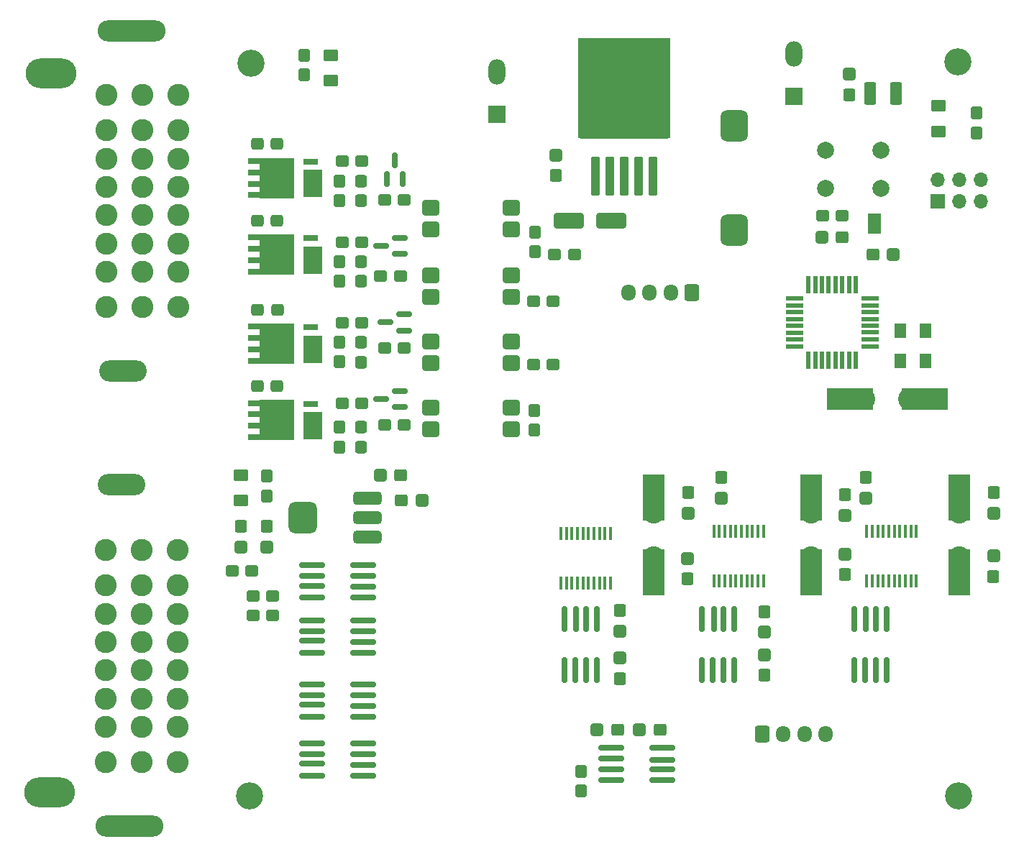
<source format=gbr>
G04 #@! TF.GenerationSoftware,KiCad,Pcbnew,9.0.2*
G04 #@! TF.CreationDate,2025-08-14T17:34:42+08:00*
G04 #@! TF.ProjectId,VCU_V3_1_PREFAB,5643555f-5633-45f3-915f-505245464142,rev?*
G04 #@! TF.SameCoordinates,Original*
G04 #@! TF.FileFunction,Soldermask,Top*
G04 #@! TF.FilePolarity,Negative*
%FSLAX46Y46*%
G04 Gerber Fmt 4.6, Leading zero omitted, Abs format (unit mm)*
G04 Created by KiCad (PCBNEW 9.0.2) date 2025-08-14 17:34:42*
%MOMM*%
%LPD*%
G01*
G04 APERTURE LIST*
G04 Aperture macros list*
%AMRoundRect*
0 Rectangle with rounded corners*
0 $1 Rounding radius*
0 $2 $3 $4 $5 $6 $7 $8 $9 X,Y pos of 4 corners*
0 Add a 4 corners polygon primitive as box body*
4,1,4,$2,$3,$4,$5,$6,$7,$8,$9,$2,$3,0*
0 Add four circle primitives for the rounded corners*
1,1,$1+$1,$2,$3*
1,1,$1+$1,$4,$5*
1,1,$1+$1,$6,$7*
1,1,$1+$1,$8,$9*
0 Add four rect primitives between the rounded corners*
20,1,$1+$1,$2,$3,$4,$5,0*
20,1,$1+$1,$4,$5,$6,$7,0*
20,1,$1+$1,$6,$7,$8,$9,0*
20,1,$1+$1,$8,$9,$2,$3,0*%
G04 Aperture macros list end*
%ADD10RoundRect,0.278125X0.389375X-0.474375X0.389375X0.474375X-0.389375X0.474375X-0.389375X-0.474375X0*%
%ADD11RoundRect,0.100000X0.100000X-0.687500X0.100000X0.687500X-0.100000X0.687500X-0.100000X-0.687500X0*%
%ADD12RoundRect,0.100000X0.099999X-0.687500X0.099999X0.687500X-0.099999X0.687500X-0.099999X-0.687500X0*%
%ADD13RoundRect,0.150000X0.750000X0.150000X-0.750000X0.150000X-0.750000X-0.150000X0.750000X-0.150000X0*%
%ADD14RoundRect,0.249999X0.750001X0.640001X-0.750001X0.640001X-0.750001X-0.640001X0.750001X-0.640001X0*%
%ADD15RoundRect,0.278125X-0.389375X0.474375X-0.389375X-0.474375X0.389375X-0.474375X0.389375X0.474375X0*%
%ADD16RoundRect,0.250001X0.462499X0.624999X-0.462499X0.624999X-0.462499X-0.624999X0.462499X-0.624999X0*%
%ADD17RoundRect,0.305575X0.412525X-0.460025X0.412525X0.460025X-0.412525X0.460025X-0.412525X-0.460025X0*%
%ADD18RoundRect,0.308511X0.416489X-0.457089X0.416489X0.457089X-0.416489X0.457089X-0.416489X-0.457089X0*%
%ADD19RoundRect,0.278125X-0.474375X-0.389375X0.474375X-0.389375X0.474375X0.389375X-0.474375X0.389375X0*%
%ADD20RoundRect,0.278125X0.474375X0.389375X-0.474375X0.389375X-0.474375X-0.389375X0.474375X-0.389375X0*%
%ADD21R,1.700000X1.700000*%
%ADD22O,1.700000X1.700000*%
%ADD23RoundRect,0.305575X-0.412525X0.460025X-0.412525X-0.460025X0.412525X-0.460025X0.412525X0.460025X0*%
%ADD24RoundRect,0.308511X-0.416489X0.457089X-0.416489X-0.457089X0.416489X-0.457089X0.416489X0.457089X0*%
%ADD25RoundRect,0.305575X0.460025X0.412525X-0.460025X0.412525X-0.460025X-0.412525X0.460025X-0.412525X0*%
%ADD26RoundRect,0.308511X0.457089X0.416489X-0.457089X0.416489X-0.457089X-0.416489X0.457089X-0.416489X0*%
%ADD27RoundRect,0.250000X-0.600000X-0.725000X0.600000X-0.725000X0.600000X0.725000X-0.600000X0.725000X0*%
%ADD28O,1.700000X1.950000*%
%ADD29C,3.200000*%
%ADD30RoundRect,0.304348X0.420652X0.395652X-0.420652X0.395652X-0.420652X-0.395652X0.420652X-0.395652X0*%
%ADD31R,2.000000X2.000000*%
%ADD32O,2.000000X3.000000*%
%ADD33RoundRect,0.250001X-0.624999X0.462499X-0.624999X-0.462499X0.624999X-0.462499X0.624999X0.462499X0*%
%ADD34RoundRect,0.150000X-1.350000X-0.150000X1.350000X-0.150000X1.350000X0.150000X-1.350000X0.150000X0*%
%ADD35RoundRect,0.150000X-1.337500X-0.150000X1.337500X-0.150000X1.337500X0.150000X-1.337500X0.150000X0*%
%ADD36RoundRect,0.305575X-0.460025X-0.412525X0.460025X-0.412525X0.460025X0.412525X-0.460025X0.412525X0*%
%ADD37RoundRect,0.308511X-0.457089X-0.416489X0.457089X-0.416489X0.457089X0.416489X-0.457089X0.416489X0*%
%ADD38RoundRect,0.250000X0.300000X-2.050000X0.300000X2.050000X-0.300000X2.050000X-0.300000X-2.050000X0*%
%ADD39RoundRect,0.250002X5.149998X-4.449998X5.149998X4.449998X-5.149998X4.449998X-5.149998X-4.449998X0*%
%ADD40R,2.275000X1.150000*%
%ADD41R,2.275000X1.000000*%
%ADD42R,2.275000X1.060000*%
%ADD43R,1.775000X0.650000*%
%ADD44R,4.125000X4.700000*%
%ADD45R,1.825000X0.700000*%
%ADD46RoundRect,0.250000X1.500000X0.650000X-1.500000X0.650000X-1.500000X-0.650000X1.500000X-0.650000X0*%
%ADD47RoundRect,0.800000X0.800000X-1.075000X0.800000X1.075000X-0.800000X1.075000X-0.800000X-1.075000X0*%
%ADD48O,8.000000X2.500000*%
%ADD49O,6.000000X3.500000*%
%ADD50O,5.600000X2.500000*%
%ADD51C,2.600000*%
%ADD52C,2.000000*%
%ADD53RoundRect,0.250000X0.600000X0.725000X-0.600000X0.725000X-0.600000X-0.725000X0.600000X-0.725000X0*%
%ADD54C,2.400000*%
%ADD55R,2.500000X5.500000*%
%ADD56RoundRect,0.304348X-0.395652X0.420652X-0.395652X-0.420652X0.395652X-0.420652X0.395652X0.420652X0*%
%ADD57RoundRect,0.150000X-0.150000X1.350000X-0.150000X-1.350000X0.150000X-1.350000X0.150000X1.350000X0*%
%ADD58RoundRect,0.150000X-0.150000X1.337500X-0.150000X-1.337500X0.150000X-1.337500X0.150000X1.337500X0*%
%ADD59R,0.550000X2.000000*%
%ADD60R,2.000000X0.550000*%
%ADD61R,2.000000X0.525000*%
%ADD62R,2.000000X0.575000*%
%ADD63R,0.525000X2.000000*%
%ADD64R,5.500000X2.500000*%
%ADD65RoundRect,0.150000X1.350000X0.150000X-1.350000X0.150000X-1.350000X-0.150000X1.350000X-0.150000X0*%
%ADD66RoundRect,0.150000X1.337500X0.150000X-1.337500X0.150000X-1.337500X-0.150000X1.337500X-0.150000X0*%
%ADD67RoundRect,0.250001X0.462499X1.074999X-0.462499X1.074999X-0.462499X-1.074999X0.462499X-1.074999X0*%
%ADD68RoundRect,0.250001X0.624999X-0.462499X0.624999X0.462499X-0.624999X0.462499X-0.624999X-0.462499X0*%
%ADD69R,1.500000X1.000000*%
%ADD70RoundRect,0.375000X1.300000X0.375000X-1.300000X0.375000X-1.300000X-0.375000X1.300000X-0.375000X0*%
%ADD71RoundRect,0.837500X0.837500X1.062500X-0.837500X1.062500X-0.837500X-1.062500X0.837500X-1.062500X0*%
%ADD72RoundRect,0.387500X1.287500X0.387500X-1.287500X0.387500X-1.287500X-0.387500X1.287500X-0.387500X0*%
%ADD73RoundRect,0.150000X0.150000X-0.750000X0.150000X0.750000X-0.150000X0.750000X-0.150000X-0.750000X0*%
G04 APERTURE END LIST*
G36*
X149600000Y-43000000D02*
G01*
X160400000Y-43000000D01*
X160400000Y-54773000D01*
X149600000Y-54773000D01*
X149600000Y-43000000D01*
G37*
G36*
X119500000Y-81250000D02*
G01*
X117225000Y-81250000D01*
X117225000Y-78040000D01*
X119500000Y-78040000D01*
X119500000Y-81250000D01*
G37*
G36*
X119500000Y-90250000D02*
G01*
X117225000Y-90250000D01*
X117225000Y-87040000D01*
X119500000Y-87040000D01*
X119500000Y-90250000D01*
G37*
G36*
X119500000Y-61750000D02*
G01*
X117225000Y-61750000D01*
X117225000Y-58540000D01*
X119500000Y-58540000D01*
X119500000Y-61750000D01*
G37*
G36*
X185250000Y-64700000D02*
G01*
X183750000Y-64700000D01*
X183750000Y-65000000D01*
X185250000Y-65000000D01*
X185250000Y-64700000D01*
G37*
G36*
X119500000Y-70750000D02*
G01*
X117225000Y-70750000D01*
X117225000Y-67540000D01*
X119500000Y-67540000D01*
X119500000Y-70750000D01*
G37*
D10*
X121467500Y-91152500D03*
X121467500Y-88847500D03*
D11*
X165575000Y-106912500D03*
X166225000Y-106912500D03*
X166875000Y-106912500D03*
D12*
X167525001Y-106912500D03*
D11*
X168175000Y-106912500D03*
X168825000Y-106912500D03*
X169475000Y-106912500D03*
X170125000Y-106912500D03*
X170775000Y-106912500D03*
X171425000Y-106912500D03*
X171425000Y-101087500D03*
X170775000Y-101087500D03*
X170125000Y-101087500D03*
X169475000Y-101087500D03*
X168825000Y-101087500D03*
X168175000Y-101087500D03*
X167525000Y-101087500D03*
D12*
X166875001Y-101087500D03*
X166225001Y-101087500D03*
X165575001Y-101087500D03*
D13*
X128600000Y-86450000D03*
X128600000Y-84550000D03*
X126400000Y-85500000D03*
D11*
X183575000Y-106912500D03*
X184225000Y-106912500D03*
X184875000Y-106912500D03*
D12*
X185525001Y-106912500D03*
D11*
X186175000Y-106912500D03*
X186825000Y-106912500D03*
X187475000Y-106912500D03*
X188125000Y-106912500D03*
X188775000Y-106912500D03*
X189425000Y-106912500D03*
X189425000Y-101087500D03*
X188775000Y-101087500D03*
X188125000Y-101087500D03*
X187475000Y-101087500D03*
X186825000Y-101087500D03*
X186175000Y-101087500D03*
X185525000Y-101087500D03*
D12*
X184875001Y-101087500D03*
X184225001Y-101087500D03*
X183575001Y-101087500D03*
D14*
X141765000Y-73500000D03*
X141765000Y-70960000D03*
X132235000Y-70960000D03*
X132235000Y-73500000D03*
D15*
X117362500Y-45058383D03*
X117362500Y-47363383D03*
D16*
X190487500Y-77500000D03*
X187512500Y-77500000D03*
D17*
X180993100Y-106215599D03*
D18*
X181000000Y-103784399D03*
D19*
X178347500Y-63967500D03*
X180652500Y-63967500D03*
D20*
X129152500Y-88532500D03*
X126847500Y-88532500D03*
D11*
X147575000Y-107162500D03*
X148225000Y-107162500D03*
X148875000Y-107162500D03*
D12*
X149525001Y-107162500D03*
D11*
X150175000Y-107162500D03*
X150825000Y-107162500D03*
X151475000Y-107162500D03*
X152125000Y-107162500D03*
X152775000Y-107162500D03*
X153425000Y-107162500D03*
X153425000Y-101337500D03*
X152775000Y-101337500D03*
X152125000Y-101337500D03*
X151475000Y-101337500D03*
X150825000Y-101337500D03*
X150175000Y-101337500D03*
X149525000Y-101337500D03*
D12*
X148875001Y-101337500D03*
X148225001Y-101337500D03*
X147575001Y-101337500D03*
D21*
X191975000Y-62275000D03*
D22*
X191975000Y-59735000D03*
X194515000Y-62275000D03*
X194515000Y-59735000D03*
X197055000Y-62275000D03*
X197055000Y-59735000D03*
D23*
X154506900Y-110417400D03*
D24*
X154500000Y-112848600D03*
D25*
X154215600Y-124506900D03*
D26*
X151784400Y-124500000D03*
D27*
X171250000Y-124975000D03*
D28*
X173750000Y-124975000D03*
X176250000Y-124975000D03*
X178750000Y-124975000D03*
D29*
X111100000Y-45989100D03*
D30*
X114157500Y-64500000D03*
X111807500Y-64500000D03*
D13*
X128600000Y-68450000D03*
X128600000Y-66550000D03*
X126400000Y-67500000D03*
D17*
X154493100Y-118436600D03*
D18*
X154500000Y-116005400D03*
D10*
X144467500Y-89152500D03*
X144467500Y-86847500D03*
D23*
X181006900Y-96784400D03*
D24*
X181000000Y-99215600D03*
D20*
X124152500Y-76532500D03*
X121847500Y-76532500D03*
X124152500Y-86032500D03*
X121847500Y-86032500D03*
D23*
X183506900Y-94784400D03*
D24*
X183500000Y-97215600D03*
D15*
X144532500Y-65847500D03*
X144532500Y-68152500D03*
D31*
X175000000Y-49867677D03*
D32*
X175000000Y-44867677D03*
D23*
X171506900Y-110544400D03*
D24*
X171500000Y-112975600D03*
D33*
X109855000Y-94524500D03*
X109855000Y-97499500D03*
D34*
X118301732Y-105095000D03*
X118301732Y-106365000D03*
D35*
X118289232Y-107500000D03*
D34*
X118301732Y-108905000D03*
X124301732Y-108905000D03*
X124301732Y-107635000D03*
X124301732Y-106365000D03*
X124301732Y-105095000D03*
D29*
X194300000Y-45836700D03*
D36*
X128784400Y-97493100D03*
D37*
X131215600Y-97500000D03*
D38*
X151600000Y-59275000D03*
X153300000Y-59275000D03*
X155000000Y-59275000D03*
D39*
X155000000Y-50125000D03*
D38*
X156700000Y-59275000D03*
X158400000Y-59275000D03*
D40*
X118362500Y-80675000D03*
D41*
X118362500Y-79600000D03*
D42*
X118362500Y-78570000D03*
D43*
X118112500Y-77095000D03*
D44*
X114137500Y-79000000D03*
D45*
X111662500Y-80995000D03*
X111662500Y-79665000D03*
X111662500Y-78335000D03*
X111662500Y-77005000D03*
D46*
X153500000Y-64500000D03*
X148500000Y-64500000D03*
D14*
X141765000Y-65500000D03*
X141765000Y-62960000D03*
X132235000Y-62960000D03*
X132235000Y-65500000D03*
D19*
X144347500Y-81467500D03*
X146652500Y-81467500D03*
D17*
X171493100Y-118055600D03*
D18*
X171500000Y-115624400D03*
D10*
X121467500Y-81152500D03*
X121467500Y-78847500D03*
X121467500Y-71652500D03*
X121467500Y-69347500D03*
D17*
X198493100Y-106431200D03*
D18*
X198500000Y-104000000D03*
D19*
X108847500Y-105717500D03*
X111152500Y-105717500D03*
D13*
X129100000Y-77450000D03*
X129100000Y-75550000D03*
X126900000Y-76500000D03*
D29*
X194400000Y-132247500D03*
D47*
X168000000Y-65625000D03*
X168000000Y-53375000D03*
D48*
X97000000Y-42200000D03*
D49*
X87500000Y-47200000D03*
D50*
X96000000Y-82200000D03*
D51*
X102500000Y-49725000D03*
X102500000Y-53875000D03*
X102500000Y-57205000D03*
X102500000Y-60535000D03*
X102500000Y-63840000D03*
X102500000Y-67195000D03*
X102500000Y-70525000D03*
X102500000Y-74675000D03*
X98300000Y-49725000D03*
X98300000Y-53875000D03*
X98300000Y-57205000D03*
X98300000Y-60535000D03*
X98300000Y-63840000D03*
X98300000Y-67195000D03*
X98300000Y-70525000D03*
X98300000Y-74675000D03*
X94100000Y-49725000D03*
X94100000Y-53875000D03*
X94100000Y-57205000D03*
X94100000Y-60535000D03*
X94100000Y-63840000D03*
X94100000Y-67195000D03*
X94100000Y-70525000D03*
X94100000Y-74675000D03*
D20*
X128652500Y-71032500D03*
X126347500Y-71032500D03*
D52*
X178750000Y-56250000D03*
X185250000Y-56250000D03*
X178750000Y-60750000D03*
X185250000Y-60750000D03*
D53*
X163000000Y-73000000D03*
D28*
X160500000Y-73000000D03*
X158000000Y-73000000D03*
X155500000Y-73000000D03*
D19*
X111347500Y-108717500D03*
X113652500Y-108717500D03*
X144347500Y-73967500D03*
X146652500Y-73967500D03*
D54*
X177000000Y-99006719D03*
D55*
X176991762Y-97093282D03*
X177000000Y-105906719D03*
D54*
X177000000Y-104086719D03*
D23*
X198506900Y-96568800D03*
D24*
X198500000Y-99000000D03*
D56*
X124000000Y-59825000D03*
X124000000Y-62175000D03*
D29*
X110900000Y-132247500D03*
D30*
X114157500Y-84000000D03*
X111807500Y-84000000D03*
D23*
X166442179Y-94784400D03*
D24*
X166435279Y-97215600D03*
D17*
X162493100Y-106715600D03*
D18*
X162500000Y-104284400D03*
D40*
X118362500Y-89675000D03*
D41*
X118362500Y-88600000D03*
D42*
X118362500Y-87570000D03*
D43*
X118112500Y-86095000D03*
D44*
X114137500Y-88000000D03*
D45*
X111662500Y-89995000D03*
X111662500Y-88665000D03*
X111662500Y-87335000D03*
X111662500Y-86005000D03*
D10*
X149967500Y-131652500D03*
X149967500Y-129347500D03*
D33*
X120500000Y-45012500D03*
X120500000Y-47987500D03*
D16*
X190487500Y-81000000D03*
X187512500Y-81000000D03*
D57*
X151765000Y-111427000D03*
X150495000Y-111427000D03*
D58*
X149360000Y-111414500D03*
D57*
X147955000Y-111427000D03*
X147955000Y-117427000D03*
X149225000Y-117427000D03*
X150495000Y-117427000D03*
X151765000Y-117427000D03*
D10*
X196467500Y-54152500D03*
X196467500Y-51847500D03*
D59*
X176700000Y-80950000D03*
X177500000Y-80950000D03*
X178300000Y-80950000D03*
X179100000Y-80950000D03*
X179900000Y-80950000D03*
X180700000Y-80950000D03*
X181500000Y-80950000D03*
X182300000Y-80950000D03*
D60*
X183950000Y-79300000D03*
D61*
X183950000Y-78512500D03*
D62*
X183950000Y-77687500D03*
D60*
X183950000Y-76900000D03*
X183950000Y-76100000D03*
X183950000Y-75300000D03*
X183950000Y-74500000D03*
X183950000Y-73700000D03*
D59*
X182300000Y-72050000D03*
X181500000Y-72050000D03*
X180700000Y-72050000D03*
D63*
X179887500Y-72050000D03*
D59*
X179100000Y-72050000D03*
X178300000Y-72050000D03*
X177500000Y-72050000D03*
X176700000Y-72050000D03*
D60*
X175050000Y-73700000D03*
X175050000Y-74500000D03*
X175050000Y-75300000D03*
X175050000Y-76100000D03*
X175050000Y-76900000D03*
X175050000Y-77700000D03*
X175050000Y-78500000D03*
X175050000Y-79300000D03*
D54*
X188493282Y-85500000D03*
D64*
X190406719Y-85491762D03*
X181593282Y-85500000D03*
D54*
X183413282Y-85500000D03*
D15*
X112935500Y-94605500D03*
X112935500Y-96910500D03*
D20*
X124152500Y-67032500D03*
X121847500Y-67032500D03*
D56*
X124000000Y-88825000D03*
X124000000Y-91175000D03*
D54*
X194500000Y-99006720D03*
D55*
X194491762Y-97093283D03*
X194500000Y-105906720D03*
D54*
X194500000Y-104086720D03*
D14*
X141765000Y-81270000D03*
X141765000Y-78730000D03*
X132235000Y-78730000D03*
X132235000Y-81270000D03*
D36*
X184284400Y-68493100D03*
D37*
X186715600Y-68500000D03*
D20*
X124152500Y-57532500D03*
X121847500Y-57532500D03*
D31*
X140000000Y-52000000D03*
D32*
X140000000Y-47000000D03*
D23*
X112909900Y-100511400D03*
D24*
X112903000Y-102942600D03*
D23*
X109909900Y-100511400D03*
D24*
X109903000Y-102942600D03*
D65*
X159500000Y-130405000D03*
X159500000Y-129135000D03*
D66*
X159512500Y-128000000D03*
D65*
X159500000Y-126595000D03*
X153500000Y-126595000D03*
X153500000Y-127865000D03*
X153500000Y-129135000D03*
X153500000Y-130405000D03*
D17*
X181493100Y-49715600D03*
D18*
X181500000Y-47284400D03*
D20*
X129152500Y-62032500D03*
X126847500Y-62032500D03*
D25*
X159215600Y-124506900D03*
D26*
X156784400Y-124500000D03*
D25*
X180715600Y-66506900D03*
D26*
X178284400Y-66500000D03*
D30*
X114164259Y-55500000D03*
X111814259Y-55500000D03*
D67*
X186987500Y-49500000D03*
X184012500Y-49500000D03*
D56*
X124000000Y-69325000D03*
X124000000Y-71675000D03*
D68*
X192000000Y-53987500D03*
X192000000Y-51012500D03*
D34*
X118301732Y-111595000D03*
X118301732Y-112865000D03*
D35*
X118289232Y-114000000D03*
D34*
X118301732Y-115405000D03*
X124301732Y-115405000D03*
X124301732Y-114135000D03*
X124301732Y-112865000D03*
X124301732Y-111595000D03*
D14*
X141765000Y-89040000D03*
X141765000Y-86500000D03*
X132235000Y-86500000D03*
X132235000Y-89040000D03*
D54*
X158500000Y-99000000D03*
D55*
X158491762Y-97086563D03*
X158500000Y-105900000D03*
D54*
X158500000Y-104080000D03*
D57*
X185905000Y-111427000D03*
X184635000Y-111427000D03*
D58*
X183500000Y-111414500D03*
D57*
X182095000Y-111427000D03*
X182095000Y-117427000D03*
X183365000Y-117427000D03*
X184635000Y-117427000D03*
X185905000Y-117427000D03*
D40*
X118362500Y-61175000D03*
D41*
X118362500Y-60100000D03*
D42*
X118362500Y-59070000D03*
D43*
X118112500Y-57595000D03*
D44*
X114137500Y-59500000D03*
D45*
X111662500Y-61495000D03*
X111662500Y-60165000D03*
X111662500Y-58835000D03*
X111662500Y-57505000D03*
D50*
X95800000Y-95600000D03*
D49*
X87400000Y-131800000D03*
D48*
X96800000Y-135800000D03*
D51*
X102400000Y-103325000D03*
X102400000Y-107475000D03*
X102400000Y-110805000D03*
X102400000Y-114135000D03*
X102400000Y-117440000D03*
X102400000Y-120795000D03*
X102400000Y-124125000D03*
X102400000Y-128275000D03*
X98200000Y-103325000D03*
X98200000Y-107475000D03*
X98200000Y-110805000D03*
X98200000Y-114135000D03*
X98200000Y-117440000D03*
X98200000Y-120795000D03*
X98200000Y-124125000D03*
X98200000Y-128275000D03*
X94000000Y-103325000D03*
X94000000Y-107475000D03*
X94000000Y-110805000D03*
X94000000Y-114135000D03*
X94000000Y-117440000D03*
X94000000Y-120795000D03*
X94000000Y-124125000D03*
X94000000Y-128275000D03*
D34*
X118301732Y-126062500D03*
X118301732Y-127332500D03*
D35*
X118289232Y-128467500D03*
D34*
X118301732Y-129872500D03*
X124301732Y-129872500D03*
X124301732Y-128602500D03*
X124301732Y-127332500D03*
X124301732Y-126062500D03*
D56*
X124000000Y-78825000D03*
X124000000Y-81175000D03*
D23*
X162566900Y-96568800D03*
D24*
X162560000Y-99000000D03*
D57*
X167969721Y-111427000D03*
X166699721Y-111427000D03*
D58*
X165564721Y-111414500D03*
D57*
X164159721Y-111427000D03*
X164159721Y-117427000D03*
X165429721Y-117427000D03*
X166699721Y-117427000D03*
X167969721Y-117427000D03*
D69*
X184500000Y-64200000D03*
X184500000Y-65500000D03*
D17*
X146993100Y-59215600D03*
D18*
X147000000Y-56784400D03*
D34*
X118301732Y-119095000D03*
X118301732Y-120365000D03*
D35*
X118289232Y-121500000D03*
D34*
X118301732Y-122905000D03*
X124301732Y-122905000D03*
X124301732Y-121635000D03*
X124301732Y-120365000D03*
X124301732Y-119095000D03*
D70*
X124825000Y-101800000D03*
X124825000Y-99500000D03*
D71*
X117175000Y-99500000D03*
D72*
X124825000Y-97225000D03*
D10*
X121467500Y-62152500D03*
X121467500Y-59847500D03*
D73*
X127050000Y-59600000D03*
X128950000Y-59600000D03*
X128000000Y-57400000D03*
D20*
X113631017Y-111032500D03*
X111326017Y-111032500D03*
X129152500Y-79532500D03*
X126847500Y-79532500D03*
D30*
X114168241Y-75000000D03*
X111818241Y-75000000D03*
D19*
X146847500Y-68467500D03*
X149152500Y-68467500D03*
D40*
X118362500Y-70175000D03*
D41*
X118362500Y-69100000D03*
D42*
X118362500Y-68070000D03*
D43*
X118112500Y-66595000D03*
D44*
X114137500Y-68500000D03*
D45*
X111662500Y-70495000D03*
X111662500Y-69165000D03*
X111662500Y-67835000D03*
X111662500Y-66505000D03*
D25*
X128715600Y-94506900D03*
D26*
X126284400Y-94500000D03*
M02*

</source>
